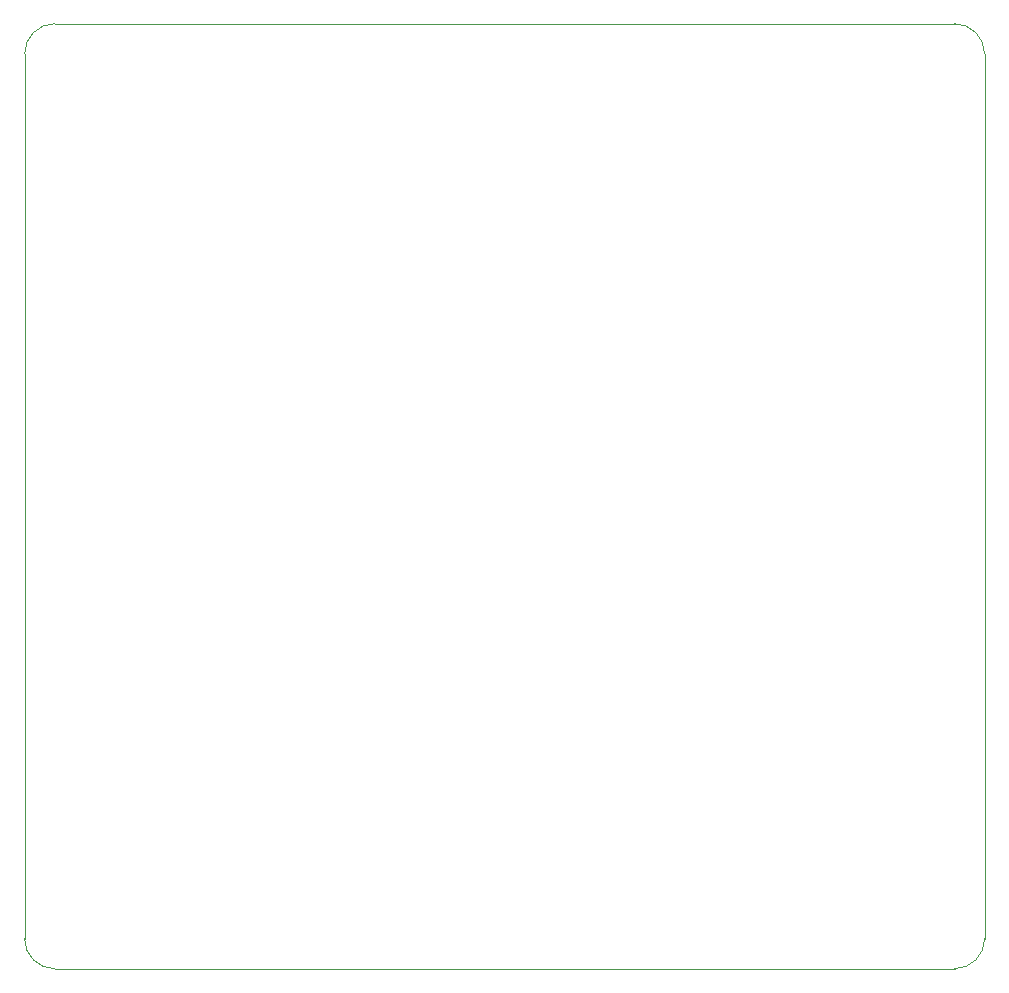
<source format=gm1>
%TF.GenerationSoftware,KiCad,Pcbnew,7.0.7*%
%TF.CreationDate,2023-09-20T10:34:10+01:00*%
%TF.ProjectId,telemetry board,74656c65-6d65-4747-9279-20626f617264,rev?*%
%TF.SameCoordinates,Original*%
%TF.FileFunction,Profile,NP*%
%FSLAX46Y46*%
G04 Gerber Fmt 4.6, Leading zero omitted, Abs format (unit mm)*
G04 Created by KiCad (PCBNEW 7.0.7) date 2023-09-20 10:34:10*
%MOMM*%
%LPD*%
G01*
G04 APERTURE LIST*
%TA.AperFunction,Profile*%
%ADD10C,0.100000*%
%TD*%
G04 APERTURE END LIST*
D10*
X93980000Y-53340000D02*
G75*
G03*
X91440000Y-55880000I0J-2540000D01*
G01*
X172720000Y-55880000D02*
G75*
G03*
X170180000Y-53340000I-2540000J0D01*
G01*
X91440000Y-55880000D02*
X91440000Y-130810000D01*
X170180000Y-53340000D02*
X93980000Y-53340000D01*
X91440000Y-130810000D02*
G75*
G03*
X93980000Y-133350000I2540000J0D01*
G01*
X93980000Y-133350000D02*
X170180000Y-133350000D01*
X172720000Y-130810000D02*
X172720000Y-55880000D01*
X170180000Y-133350000D02*
G75*
G03*
X172720000Y-130810000I0J2540000D01*
G01*
M02*

</source>
